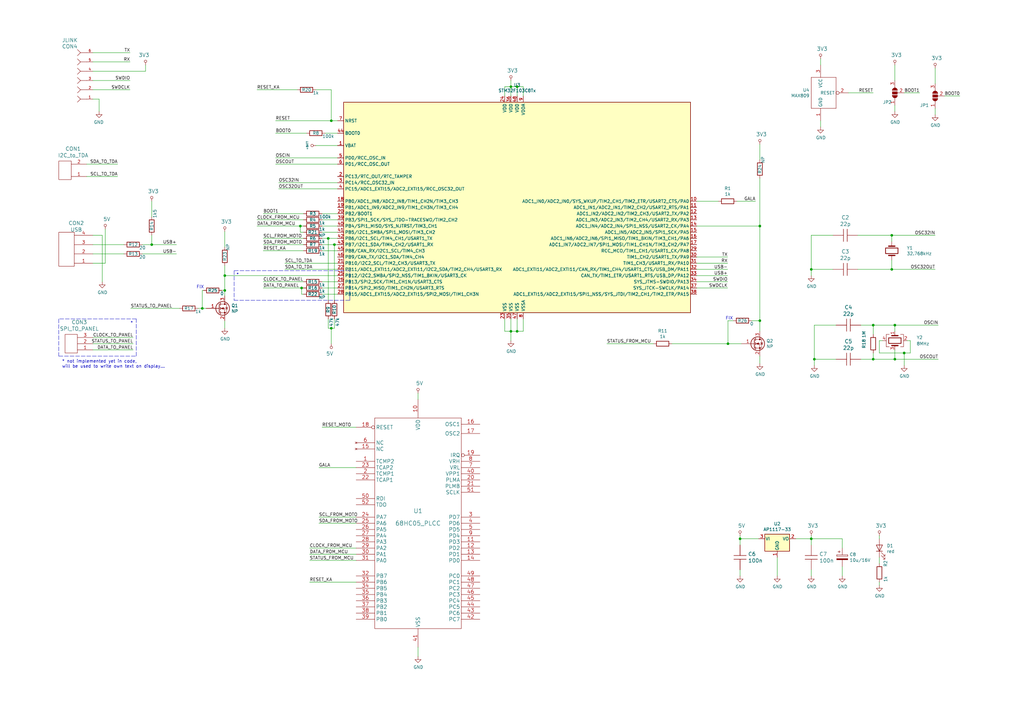
<source format=kicad_sch>
(kicad_sch (version 20200602) (host eeschema "5.99.0-unknown-6083c08~88~ubuntu18.04.1")
  (page 1 1)
  (paper "A3")
  (title_block (title "Volume fix for audi concert1/chorus1 made by Blaupunkt") (date "2018-09-21") (rev "2.0") (comment 1 "Standalone version") (comment 2 "Author: Tomas Kovacik"))
  (lib_symbols
    (symbol "Device:CP" (pin_numbers hide) (pin_names (offset 0.254))
      (property "Reference" "C" (at 0.635 2.54 0))
      (property "Value" "CP" (at 0.635 -2.54 0))
      (symbol "CP_1_1"
        (pin passive line (at 0 3.81 270) (length 2.794) (name "~") (number "1"))
        (pin passive line (at 0 -3.81 90) (length 2.794) (name "~") (number "2"))
      )
    )
    (symbol "Device:Crystal" (pin_numbers hide) (pin_names hide)
      (property "Reference" "Y" (at 0 3.81 0))
      (property "Value" "Crystal" (at 0 -3.81 0))
      (symbol "Crystal_1_1"
        (pin passive line (at -3.81 0 0) (length 1.27) (name "1") (number "1"))
        (pin passive line (at 3.81 0 180) (length 1.27) (name "2") (number "2"))
      )
    )
    (symbol "Device:Crystal_GND24" (pin_names hide)
      (property "Reference" "Y" (at 3.175 5.08 0))
      (property "Value" "Crystal_GND24" (at 3.175 3.175 0))
      (symbol "Crystal_GND24_1_1"
        (pin passive line (at -3.81 0 0) (length 1.27) (name "1") (number "1"))
        (pin passive line (at 0 5.08 270) (length 1.27) (name "2") (number "2"))
        (pin passive line (at 3.81 0 180) (length 1.27) (name "3") (number "3"))
        (pin passive line (at 0 -5.08 90) (length 1.27) (name "4") (number "4"))
      )
    )
    (symbol "Device:LED" (pin_numbers hide) (pin_names hide)
      (property "Reference" "D" (at 0 2.54 0))
      (property "Value" "LED" (at 0 -2.54 0))
      (symbol "LED_1_1"
        (pin passive line (at -3.81 0 0) (length 2.54) (name "K") (number "1"))
        (pin passive line (at 3.81 0 180) (length 2.54) (name "A") (number "2"))
      )
    )
    (symbol "Device:R" (pin_numbers hide) (pin_names (offset 0))
      (property "Reference" "R" (at 2.032 0 90))
      (property "Value" "R" (at 0 0 90))
      (symbol "R_1_1"
        (pin passive line (at 0 3.81 270) (length 1.27) (name "~") (number "1"))
        (pin passive line (at 0 -3.81 90) (length 1.27) (name "~") (number "2"))
      )
    )
    (symbol "Jumper:SolderJumper_3_Open" (pin_names (offset 0) hide)
      (property "Reference" "JP" (at -2.54 -2.54 0))
      (property "Value" "SolderJumper_3_Open" (at 0 2.794 0))
      (symbol "SolderJumper_3_Open_1_1"
        (pin passive line (at -5.08 0 0) (length 2.54) (name "A") (number "1"))
        (pin input line (at 0 -3.81 90) (length 2.54) (name "C") (number "2"))
        (pin passive line (at 5.08 0 180) (length 2.54) (name "B") (number "3"))
      )
    )
    (symbol "MAX809_810:MAX809"
      (property "Reference" "U" (at 5.08 -10.16 0))
      (property "Value" "MAX809" (at 3.81 -11.43 0))
      (symbol "MAX809_1_1"
        (pin power_in line (at -1.27 -13.97 90) (length 5.08) (name "GND") (number "1"))
        (pin output inverted (at 10.16 -2.54 180) (length 5.08) (name "RESET") (number "2"))
        (pin power_in line (at -1.27 8.89 270) (length 5.08) (name "VCC") (number "3"))
      )
    )
    (symbol "Transistor_FET:BSS138" (pin_names (offset 0) hide)
      (property "Reference" "Q" (at 5.08 1.905 0))
      (property "Value" "BSS138" (at 5.08 0 0))
      (symbol "BSS138_1_1"
        (pin input line (at -5.08 0 0) (length 5.334) (name "G") (number "1"))
        (pin passive line (at 2.54 -5.08 90) (length 2.54) (name "S") (number "2"))
        (pin passive line (at 2.54 5.08 270) (length 2.54) (name "D") (number "3"))
      )
    )
    (symbol "audi_concert1_chorus1_volume_fix-rescue:+BATT-tech-thing" (power) (pin_names (offset 0))
      (property "Value" "+BATT-tech-thing" (at 0 2.54 0))
      (symbol "+BATT-tech-thing_0_0"
        (pin power_in line (at 0 0 90) (length 0) hide (name "+BATT") (number "1"))
      )
    )
    (symbol "audi_concert1_chorus1_volume_fix-rescue:3V3-pwr" (power) (pin_names (offset 0))
      (property "Value" "3V3-pwr" (at 0 3.81 0))
      (symbol "3V3-pwr_0_0"
        (pin power_in line (at 0 0 90) (length 0) hide (name "3V3") (number "1"))
      )
    )
    (symbol "audi_concert1_chorus1_volume_fix-rescue:5V-pwr" (power) (pin_names (offset 0))
      (property "Value" "5V-pwr" (at 0 3.81 0))
      (symbol "5V-pwr_0_0"
        (pin power_in line (at 0 0 90) (length 0) hide (name "5V") (number "1"))
      )
    )
    (symbol "audi_concert1_chorus1_volume_fix-rescue:68HC05_PLCC-68HC05"
      (property "Reference" "U" (at 7.62 45.72 0))
      (property "Value" "68HC05_PLCC-68HC05" (at 12.7 -46.99 0))
      (symbol "68HC05_PLCC-68HC05_1_1"
        (pin output line (at -25.4 25.4 0) (length 7.62) (name "TCMP2") (number "1"))
        (pin power_in line (at 0 50.8 270) (length 7.62) (name "VDD") (number "10"))
        (pin bidirectional line (at 25.4 -7.62 180) (length 7.62) (name "PD3") (number "11"))
        (pin bidirectional line (at 25.4 -10.16 180) (length 7.62) (name "PD2") (number "12"))
        (pin bidirectional line (at 25.4 -12.7 180) (length 7.62) (name "PD1") (number "13"))
        (pin bidirectional line (at 25.4 -15.24 180) (length 7.62) (name "PD0") (number "14"))
        (pin unconnected line (at -25.4 30.48 0) (length 7.62) (name "NC") (number "15"))
        (pin input line (at 25.4 40.64 180) (length 7.62) (name "OSC1") (number "16"))
        (pin input line (at 25.4 36.83 180) (length 7.62) (name "OSC2") (number "17"))
        (pin input inverted (at -25.4 39.37 0) (length 7.62) (name "RESET") (number "18"))
        (pin input inverted (at 25.4 27.94 180) (length 7.62) (name "IRQ") (number "19"))
        (pin input line (at -25.4 20.32 0) (length 7.62) (name "TCMP1") (number "2"))
        (pin input line (at 25.4 17.78 180) (length 7.62) (name "PLMA") (number "20"))
        (pin input line (at 25.4 15.24 180) (length 7.62) (name "PLMB") (number "21"))
        (pin input line (at -25.4 17.78 0) (length 7.62) (name "TCAP1") (number "22"))
        (pin input line (at -25.4 22.86 0) (length 7.62) (name "TCAP2") (number "23"))
        (pin bidirectional line (at -25.4 2.54 0) (length 7.62) (name "PA7") (number "24"))
        (pin bidirectional line (at -25.4 0 0) (length 7.62) (name "PA6") (number "25"))
        (pin bidirectional line (at -25.4 -2.54 0) (length 7.62) (name "PA5") (number "26"))
        (pin bidirectional line (at -25.4 -5.08 0) (length 7.62) (name "PA4") (number "27"))
        (pin bidirectional line (at -25.4 -7.62 0) (length 7.62) (name "PA3") (number "28"))
        (pin bidirectional line (at -25.4 -10.16 0) (length 7.62) (name "PA2") (number "29"))
        (pin bidirectional line (at 25.4 2.54 180) (length 7.62) (name "PD7") (number "3"))
        (pin bidirectional line (at -25.4 -12.7 0) (length 7.62) (name "PA1") (number "30"))
        (pin bidirectional line (at -25.4 -15.24 0) (length 7.62) (name "PA0") (number "31"))
        (pin bidirectional line (at -25.4 -21.59 0) (length 7.62) (name "PB7") (number "32"))
        (pin bidirectional line (at -25.4 -24.13 0) (length 7.62) (name "PB6") (number "33"))
        (pin bidirectional line (at -25.4 -26.67 0) (length 7.62) (name "PB5") (number "34"))
        (pin bidirectional line (at -25.4 -29.21 0) (length 7.62) (name "PB4") (number "35"))
        (pin bidirectional line (at -25.4 -31.75 0) (length 7.62) (name "PB3") (number "36"))
        (pin bidirectional line (at -25.4 -34.29 0) (length 7.62) (name "PB2") (number "37"))
        (pin bidirectional line (at -25.4 -36.83 0) (length 7.62) (name "PB1") (number "38"))
        (pin bidirectional line (at -25.4 -39.37 0) (length 7.62) (name "PB0") (number "39"))
        (pin bidirectional line (at 25.4 0 180) (length 7.62) (name "PD6") (number "4"))
        (pin power_in line (at 25.4 20.32 180) (length 7.62) (name "VPP1") (number "40"))
        (pin power_out line (at 0 -50.8 90) (length 7.62) (name "VSS") (number "41"))
        (pin bidirectional line (at 25.4 -39.37 180) (length 7.62) (name "PC7") (number "42"))
        (pin bidirectional line (at 25.4 -36.83 180) (length 7.62) (name "PC6") (number "43"))
        (pin bidirectional line (at 25.4 -34.29 180) (length 7.62) (name "PC5") (number "44"))
        (pin bidirectional line (at 25.4 -31.75 180) (length 7.62) (name "PC4") (number "45"))
        (pin bidirectional line (at 25.4 -29.21 180) (length 7.62) (name "PC3") (number "46"))
        (pin bidirectional line (at 25.4 -26.67 180) (length 7.62) (name "PC2") (number "47"))
        (pin bidirectional line (at 25.4 -24.13 180) (length 7.62) (name "PC1") (number "48"))
        (pin bidirectional line (at 25.4 -21.59 180) (length 7.62) (name "PC0") (number "49"))
        (pin bidirectional line (at 25.4 -2.54 180) (length 7.62) (name "PD5") (number "5"))
        (pin input line (at -25.4 10.16 0) (length 7.62) (name "RDI") (number "50"))
        (pin input line (at 25.4 12.7 180) (length 7.62) (name "SCLK") (number "51"))
        (pin output line (at -25.4 7.62 0) (length 7.62) (name "TDO") (number "52"))
        (pin unconnected line (at -25.4 33.02 0) (length 7.62) (name "NC") (number "6"))
        (pin input line (at 25.4 22.86 180) (length 7.62) (name "VRL") (number "7"))
        (pin input line (at 25.4 25.4 180) (length 7.62) (name "VRH") (number "8"))
        (pin bidirectional line (at 25.4 -5.08 180) (length 7.62) (name "PD4") (number "9"))
      )
    )
    (symbol "audi_concert1_chorus1_volume_fix-rescue:AP1117-33-Regulator_Linear" (pin_names (offset 0.254))
      (property "Reference" "U" (at -3.81 3.175 0))
      (property "Value" "AP1117-33-Regulator_Linear" (at 0 3.175 0))
      (symbol "AP1117-33-Regulator_Linear_1_1"
        (pin power_in line (at 0 -7.62 90) (length 2.54) (name "GND") (number "1"))
        (pin passive line (at 7.62 0 180) (length 2.54) (name "VO") (number "2"))
        (pin power_in line (at -7.62 0 0) (length 2.54) (name "VI") (number "3"))
      )
    )
    (symbol "audi_concert1_chorus1_volume_fix-rescue:C-c" (pin_numbers hide) (pin_names (offset 0.254))
      (property "Reference" "C" (at 1.27 2.54 0))
      (property "Value" "C-c" (at 1.27 -2.54 0))
      (symbol "C-c_1_1"
        (pin passive line (at 0 5.08 270) (length 4.318) (name "~") (number "1"))
        (pin passive line (at 0 -5.08 90) (length 4.318) (name "~") (number "2"))
      )
    )
    (symbol "audi_concert1_chorus1_volume_fix-rescue:CONN_1x6-Connectors"
      (property "Reference" "P" (at 0 11.43 0))
      (property "Value" "CONN_1x6-Connectors" (at 0 -12.7 0))
      (symbol "CONN_1x6-Connectors_1_1"
        (pin input line (at 5.08 8.89 180) (length 2.54) (name "~") (number "1"))
        (pin input line (at 5.08 5.08 180) (length 2.54) (name "~") (number "2"))
        (pin input line (at 5.08 1.27 180) (length 2.54) (name "~") (number "3"))
        (pin input line (at 5.08 -2.54 180) (length 2.54) (name "~") (number "4"))
        (pin input line (at 5.08 -6.35 180) (length 2.54) (name "~") (number "5"))
        (pin input line (at 5.08 -10.16 180) (length 2.54) (name "~") (number "6"))
      )
    )
    (symbol "audi_concert1_chorus1_volume_fix-rescue:CONN_2-con" (pin_names hide)
      (property "Reference" "CON" (at 0 5.08 0))
      (property "Value" "CONN_2-con" (at 0 -5.08 0))
      (symbol "CONN_2-con_1_1"
        (pin passive line (at -8.89 2.54 0) (length 6.35) (name "1") (number "1"))
        (pin passive line (at -8.89 -2.54 0) (length 6.35) (name "2") (number "2"))
      )
    )
    (symbol "audi_concert1_chorus1_volume_fix-rescue:CONN_3-con" (pin_names hide)
      (property "Reference" "CON" (at 0 5.08 0))
      (property "Value" "CONN_3-con" (at 0 -5.08 0))
      (symbol "CONN_3-con_1_1"
        (pin passive line (at -8.89 2.54 0) (length 6.35) (name "1") (number "1"))
        (pin passive line (at -8.89 0 0) (length 6.35) (name "2") (number "2"))
        (pin passive line (at -8.89 -2.54 0) (length 6.35) (name "3") (number "3"))
      )
    )
    (symbol "audi_concert1_chorus1_volume_fix-rescue:CONN_4-con" (pin_names hide)
      (property "Reference" "CON" (at 0 10.16 0))
      (property "Value" "CONN_4-con" (at 1.27 -6.35 0))
      (symbol "CONN_4-con_1_1"
        (pin passive line (at -10.16 7.62 0) (length 7.62) (name "1") (number "1"))
        (pin passive line (at -10.16 3.81 0) (length 7.62) (name "2") (number "2"))
        (pin passive line (at -10.16 0 0) (length 7.62) (name "3") (number "3"))
        (pin passive line (at -10.16 -3.81 0) (length 7.62) (name "4") (number "4"))
      )
    )
    (symbol "audi_concert1_chorus1_volume_fix-rescue:STM32F103C8Tx-MCU_ST_STM32"
      (property "Reference" "U" (at -71.12 43.815 0))
      (property "Value" "STM32F103C8Tx-MCU_ST_STM32" (at 71.12 43.815 0))
      (symbol "STM32F103C8Tx-MCU_ST_STM32_1_1"
        (pin power_in line (at -73.66 25.4 0) (length 2.54) (name "VBAT") (number "1"))
        (pin bidirectional line (at 73.66 2.54 180) (length 2.54) (name "ADC1_IN0/ADC2_IN0/SYS_WKUP/TIM2_CH1/TIM2_ETR/USART2_CTS/PA0") (number "10"))
        (pin bidirectional line (at 73.66 0 180) (length 2.54) (name "ADC1_IN1/ADC2_IN1/TIM2_CH2/USART2_RTS/PA1") (number "11"))
        (pin bidirectional line (at 73.66 -2.54 180) (length 2.54) (name "ADC1_IN2/ADC2_IN2/TIM2_CH3/USART2_TX/PA2") (number "12"))
        (pin bidirectional line (at 73.66 -5.08 180) (length 2.54) (name "ADC1_IN3/ADC2_IN3/TIM2_CH4/USART2_RX/PA3") (number "13"))
        (pin bidirectional line (at 73.66 -7.62 180) (length 2.54) (name "ADC1_IN4/ADC2_IN4/SPI1_NSS/USART2_CK/PA4") (number "14"))
        (pin bidirectional line (at 73.66 -10.16 180) (length 2.54) (name "ADC1_IN5/ADC2_IN5/SPI1_SCK/PA5") (number "15"))
        (pin bidirectional line (at 73.66 -12.7 180) (length 2.54) (name "ADC1_IN6/ADC2_IN6/SPI1_MISO/TIM1_BKIN/TIM3_CH1/PA6") (number "16"))
        (pin bidirectional line (at 73.66 -15.24 180) (length 2.54) (name "ADC1_IN7/ADC2_IN7/SPI1_MOSI/TIM1_CH1N/TIM3_CH2/PA7") (number "17"))
        (pin bidirectional line (at -73.66 2.54 0) (length 2.54) (name "PB0/ADC1_IN8/ADC2_IN8/TIM1_CH2N/TIM3_CH3") (number "18"))
        (pin bidirectional line (at -73.66 0 0) (length 2.54) (name "PB1/ADC1_IN9/ADC2_IN9/TIM1_CH3N/TIM3_CH4") (number "19"))
        (pin bidirectional line (at -73.66 12.7 0) (length 2.54) (name "PC13/RTC_OUT/RTC_TAMPER") (number "2"))
        (pin bidirectional line (at -73.66 -2.54 0) (length 2.54) (name "PB2/BOOT1") (number "20"))
        (pin bidirectional line (at -73.66 -22.86 0) (length 2.54) (name "PB10/I2C2_SCL/TIM2_CH3/USART3_TX") (number "21"))
        (pin bidirectional line (at -73.66 -25.4 0) (length 2.54) (name "PB11/ADC1_EXTI11/ADC2_EXTI11/I2C2_SDA/TIM2_CH4/USART3_RX") (number "22"))
        (pin power_in line (at -5.08 -45.72 90) (length 2.54) (name "VSS") (number "23"))
        (pin power_in line (at -5.08 45.72 270) (length 2.54) (name "VDD") (number "24"))
        (pin bidirectional line (at -73.66 -27.94 0) (length 2.54) (name "PB12/I2C2_SMBA/SPI2_NSS/TIM1_BKIN/USART3_CK") (number "25"))
        (pin bidirectional line (at -73.66 -30.48 0) (length 2.54) (name "PB13/SPI2_SCK/TIM1_CH1N/USART3_CTS") (number "26"))
        (pin bidirectional line (at -73.66 -33.02 0) (length 2.54) (name "PB14/SPI2_MISO/TIM1_CH2N/USART3_RTS") (number "27"))
        (pin bidirectional line (at -73.66 -35.56 0) (length 2.54) (name "PB15/ADC1_EXTI15/ADC2_EXTI15/SPI2_MOSI/TIM1_CH3N") (number "28"))
        (pin bidirectional line (at 73.66 -17.78 180) (length 2.54) (name "RCC_MCO/TIM1_CH1/USART1_CK/PA8") (number "29"))
        (pin bidirectional line (at -73.66 10.16 0) (length 2.54) (name "PC14/RCC_OSC32_IN") (number "3"))
        (pin bidirectional line (at 73.66 -20.32 180) (length 2.54) (name "TIM1_CH2/USART1_TX/PA9") (number "30"))
        (pin bidirectional line (at 73.66 -22.86 180) (length 2.54) (name "TIM1_CH3/USART1_RX/PA10") (number "31"))
        (pin bidirectional line (at 73.66 -25.4 180) (length 2.54) (name "ADC1_EXTI11/ADC2_EXTI11/CAN_RX/TIM1_CH4/USART1_CTS/USB_DM/PA11") (number "32"))
        (pin bidirectional line (at 73.66 -27.94 180) (length 2.54) (name "CAN_TX/TIM1_ETR/USART1_RTS/USB_DP/PA12") (number "33"))
        (pin bidirectional line (at 73.66 -30.48 180) (length 2.54) (name "SYS_JTMS-SWDIO/PA13") (number "34"))
        (pin power_in line (at -2.54 -45.72 90) (length 2.54) (name "VSS") (number "35"))
        (pin power_in line (at -2.54 45.72 270) (length 2.54) (name "VDD") (number "36"))
        (pin bidirectional line (at 73.66 -33.02 180) (length 2.54) (name "SYS_JTCK-SWCLK/PA14") (number "37"))
        (pin bidirectional line (at 73.66 -35.56 180) (length 2.54) (name "ADC1_EXTI15/ADC2_EXTI15/SPI1_NSS/SYS_JTDI/TIM2_CH1/TIM2_ETR/PA15") (number "38"))
        (pin bidirectional line (at -73.66 -5.08 0) (length 2.54) (name "PB3/SPI1_SCK/SYS_JTDO-TRACESWO/TIM2_CH2") (number "39"))
        (pin bidirectional line (at -73.66 7.62 0) (length 2.54) (name "PC15/ADC1_EXTI15/ADC2_EXTI15/RCC_OSC32_OUT") (number "4"))
        (pin bidirectional line (at -73.66 -7.62 0) (length 2.54) (name "PB4/SPI1_MISO/SYS_NJTRST/TIM3_CH1") (number "40"))
        (pin bidirectional line (at -73.66 -10.16 0) (length 2.54) (name "PB5/I2C1_SMBA/SPI1_MOSI/TIM3_CH2") (number "41"))
        (pin bidirectional line (at -73.66 -12.7 0) (length 2.54) (name "PB6/I2C1_SCL/TIM4_CH1/USART1_TX") (number "42"))
        (pin bidirectional line (at -73.66 -15.24 0) (length 2.54) (name "PB7/I2C1_SDA/TIM4_CH2/USART1_RX") (number "43"))
        (pin input line (at -73.66 30.48 0) (length 2.54) (name "BOOT0") (number "44"))
        (pin bidirectional line (at -73.66 -17.78 0) (length 2.54) (name "PB8/CAN_RX/I2C1_SCL/TIM4_CH3") (number "45"))
        (pin bidirectional line (at -73.66 -20.32 0) (length 2.54) (name "PB9/CAN_TX/I2C1_SDA/TIM4_CH4") (number "46"))
        (pin power_in line (at 0 -45.72 90) (length 2.54) (name "VSS") (number "47"))
        (pin power_in line (at 0 45.72 270) (length 2.54) (name "VDD") (number "48"))
        (pin input line (at -73.66 20.32 0) (length 2.54) (name "PD0/RCC_OSC_IN") (number "5"))
        (pin input line (at -73.66 17.78 0) (length 2.54) (name "PD1/RCC_OSC_OUT") (number "6"))
        (pin input line (at -73.66 35.56 0) (length 2.54) (name "NRST") (number "7"))
        (pin power_in line (at 2.54 -45.72 90) (length 2.54) (name "VSSA") (number "8"))
        (pin power_in line (at 2.54 45.72 270) (length 2.54) (name "VDDA") (number "9"))
      )
    )
    (symbol "power:GND" (power) (pin_names (offset 0))
      (property "Value" "GND" (at 0 -3.81 0))
      (symbol "GND_1_1"
        (pin power_in line (at 0 0 270) (length 0) hide (name "GND") (number "1"))
      )
    )
  )
  (junction (at 62.23 100.33))
  (junction (at 82.9818 126.492))
  (junction (at 92.202 113.03))
  (junction (at 92.202 119.126))
  (junction (at 123.19 92.71))
  (junction (at 123.698 118.11))
  (junction (at 134.62 97.79))
  (junction (at 135.89 49.53))
  (junction (at 135.89 134.62))
  (junction (at 137.16 100.33))
  (junction (at 209.55 35.56))
  (junction (at 209.55 135.89))
  (junction (at 212.09 35.56))
  (junction (at 212.09 135.89))
  (junction (at 298.577 140.97))
  (junction (at 303.53 220.98))
  (junction (at 311.658 92.71))
  (junction (at 311.658 131.5212))
  (junction (at 332.74 110.49))
  (junction (at 332.74 220.98))
  (junction (at 334.01 147.32))
  (junction (at 358.14 133.35))
  (junction (at 358.14 147.32))
  (junction (at 365.76 96.52))
  (junction (at 365.76 110.49))
  (junction (at 367.03 133.35))
  (junction (at 367.03 147.32))
  (junction (at 370.84 144.78))
  (wire (pts (xy 38.1 21.59) (xy 53.34 21.59)))
  (wire (pts (xy 38.1 25.4) (xy 53.34 25.4)))
  (wire (pts (xy 38.1 33.02) (xy 53.34 33.02)))
  (wire (pts (xy 38.1 36.83) (xy 53.34 36.83)))
  (wire (pts (xy 38.1 40.64) (xy 40.64 40.64)))
  (wire (pts (xy 38.1 96.52) (xy 41.91 96.52)))
  (wire (pts (xy 38.1 104.14) (xy 50.8 104.14)))
  (wire (pts (xy 38.1 107.95) (xy 43.18 107.95)))
  (wire (pts (xy 38.1 138.43) (xy 54.61 138.43)))
  (wire (pts (xy 38.1 140.97) (xy 54.61 140.97)))
  (wire (pts (xy 38.1 143.51) (xy 54.61 143.51)))
  (wire (pts (xy 40.64 40.64) (xy 40.64 45.72)))
  (wire (pts (xy 41.91 96.52) (xy 41.91 115.57)))
  (wire (pts (xy 43.18 93.98) (xy 43.18 107.95)))
  (wire (pts (xy 48.26 67.31) (xy 35.56 67.31)))
  (wire (pts (xy 48.26 72.39) (xy 35.56 72.39)))
  (wire (pts (xy 50.8 100.33) (xy 38.1 100.33)))
  (wire (pts (xy 53.594 126.492) (xy 73.66 126.492)))
  (wire (pts (xy 58.42 100.33) (xy 62.23 100.33)))
  (wire (pts (xy 58.42 104.14) (xy 72.39 104.14)))
  (wire (pts (xy 59.69 26.67) (xy 59.69 29.21)))
  (wire (pts (xy 59.69 29.21) (xy 38.1 29.21)))
  (wire (pts (xy 62.23 82.55) (xy 62.23 88.9)))
  (wire (pts (xy 62.23 96.52) (xy 62.23 100.33)))
  (wire (pts (xy 62.23 100.33) (xy 72.39 100.33)))
  (wire (pts (xy 81.28 126.492) (xy 82.9818 126.492)))
  (wire (pts (xy 82.9818 119.126) (xy 82.9818 126.492)))
  (wire (pts (xy 82.9818 126.492) (xy 84.582 126.492)))
  (wire (pts (xy 83.439 119.126) (xy 82.9818 119.126)))
  (wire (pts (xy 92.202 94.996) (xy 92.202 101.346)))
  (wire (pts (xy 92.202 113.03) (xy 92.202 108.966)))
  (wire (pts (xy 92.202 113.03) (xy 92.202 119.126)))
  (wire (pts (xy 92.202 113.03) (xy 138.43 113.03)))
  (wire (pts (xy 92.202 119.126) (xy 91.059 119.126)))
  (wire (pts (xy 92.202 119.126) (xy 92.202 121.412)))
  (wire (pts (xy 92.202 131.572) (xy 92.202 134.62)))
  (wire (pts (xy 105.41 90.17) (xy 124.46 90.17)))
  (wire (pts (xy 105.41 92.71) (xy 123.19 92.71)))
  (wire (pts (xy 107.95 87.63) (xy 124.46 87.63)))
  (wire (pts (xy 107.95 97.79) (xy 124.46 97.79)))
  (wire (pts (xy 107.95 100.33) (xy 124.46 100.33)))
  (wire (pts (xy 107.95 115.57) (xy 124.46 115.57)))
  (wire (pts (xy 107.95 118.11) (xy 123.698 118.11)))
  (wire (pts (xy 113.03 49.53) (xy 135.89 49.53)))
  (wire (pts (xy 113.03 64.77) (xy 138.43 64.77)))
  (wire (pts (xy 113.03 67.31) (xy 138.43 67.31)))
  (wire (pts (xy 114.3 74.93) (xy 138.43 74.93)))
  (wire (pts (xy 114.3 77.47) (xy 138.43 77.47)))
  (wire (pts (xy 116.84 107.95) (xy 138.43 107.95)))
  (wire (pts (xy 116.84 110.49) (xy 138.43 110.49)))
  (wire (pts (xy 121.92 36.83) (xy 105.41 36.83)))
  (wire (pts (xy 123.19 92.71) (xy 124.46 92.71)))
  (wire (pts (xy 123.19 95.25) (xy 123.19 92.71)))
  (wire (pts (xy 123.19 95.25) (xy 124.46 95.25)))
  (wire (pts (xy 123.698 118.11) (xy 124.46 118.11)))
  (wire (pts (xy 123.698 120.65) (xy 123.698 118.11)))
  (wire (pts (xy 124.46 102.87) (xy 107.95 102.87)))
  (wire (pts (xy 124.46 120.65) (xy 123.698 120.65)))
  (wire (pts (xy 125.73 54.61) (xy 113.03 54.61)))
  (wire (pts (xy 127 224.79) (xy 146.05 224.79)))
  (wire (pts (xy 127 227.33) (xy 146.05 227.33)))
  (wire (pts (xy 127 229.87) (xy 146.05 229.87)))
  (wire (pts (xy 129.54 36.83) (xy 135.89 36.83)))
  (wire (pts (xy 132.08 87.63) (xy 138.43 87.63)))
  (wire (pts (xy 132.08 92.71) (xy 138.43 92.71)))
  (wire (pts (xy 132.08 95.25) (xy 138.43 95.25)))
  (wire (pts (xy 132.08 97.79) (xy 134.62 97.79)))
  (wire (pts (xy 132.08 100.33) (xy 137.16 100.33)))
  (wire (pts (xy 132.08 102.87) (xy 138.43 102.87)))
  (wire (pts (xy 132.08 115.57) (xy 138.43 115.57)))
  (wire (pts (xy 132.08 118.11) (xy 138.43 118.11)))
  (wire (pts (xy 132.08 120.65) (xy 138.43 120.65)))
  (wire (pts (xy 134.62 97.79) (xy 134.62 123.19)))
  (wire (pts (xy 134.62 97.79) (xy 138.43 97.79)))
  (wire (pts (xy 134.62 130.81) (xy 134.62 134.62)))
  (wire (pts (xy 134.62 134.62) (xy 135.89 134.62)))
  (wire (pts (xy 135.89 36.83) (xy 135.89 49.53)))
  (wire (pts (xy 135.89 49.53) (xy 138.43 49.53)))
  (wire (pts (xy 135.89 134.62) (xy 135.89 140.97)))
  (wire (pts (xy 135.89 134.62) (xy 137.16 134.62)))
  (wire (pts (xy 137.16 100.33) (xy 138.43 100.33)))
  (wire (pts (xy 137.16 123.19) (xy 137.16 100.33)))
  (wire (pts (xy 137.16 134.62) (xy 137.16 130.81)))
  (wire (pts (xy 138.43 54.61) (xy 133.35 54.61)))
  (wire (pts (xy 138.43 59.69) (xy 129.54 59.69)))
  (wire (pts (xy 138.43 90.17) (xy 132.08 90.17)))
  (wire (pts (xy 146.05 175.26) (xy 132.08 175.26)))
  (wire (pts (xy 146.05 191.77) (xy 130.81 191.77)))
  (wire (pts (xy 146.05 212.09) (xy 130.81 212.09)))
  (wire (pts (xy 146.05 214.63) (xy 130.81 214.63)))
  (wire (pts (xy 146.05 238.76) (xy 127 238.76)))
  (wire (pts (xy 171.45 161.29) (xy 171.45 163.83)))
  (wire (pts (xy 171.45 269.24) (xy 171.45 265.43)))
  (wire (pts (xy 207.01 35.56) (xy 209.55 35.56)))
  (wire (pts (xy 207.01 39.37) (xy 207.01 35.56)))
  (wire (pts (xy 207.01 130.81) (xy 207.01 135.89)))
  (wire (pts (xy 207.01 135.89) (xy 209.55 135.89)))
  (wire (pts (xy 209.55 33.02) (xy 209.55 35.56)))
  (wire (pts (xy 209.55 35.56) (xy 209.55 39.37)))
  (wire (pts (xy 209.55 130.81) (xy 209.55 135.89)))
  (wire (pts (xy 209.55 135.89) (xy 209.55 139.7)))
  (wire (pts (xy 209.55 135.89) (xy 212.09 135.89)))
  (wire (pts (xy 212.09 35.56) (xy 209.55 35.56)))
  (wire (pts (xy 212.09 39.37) (xy 212.09 35.56)))
  (wire (pts (xy 212.09 135.89) (xy 212.09 130.81)))
  (wire (pts (xy 214.63 35.56) (xy 212.09 35.56)))
  (wire (pts (xy 214.63 39.37) (xy 214.63 35.56)))
  (wire (pts (xy 214.63 130.81) (xy 214.63 135.89)))
  (wire (pts (xy 214.63 135.89) (xy 212.09 135.89)))
  (wire (pts (xy 248.92 140.97) (xy 267.97 140.97)))
  (wire (pts (xy 275.59 140.97) (xy 298.577 140.97)))
  (wire (pts (xy 285.75 92.71) (xy 311.658 92.71)))
  (wire (pts (xy 285.75 105.41) (xy 298.45 105.41)))
  (wire (pts (xy 285.75 107.95) (xy 298.45 107.95)))
  (wire (pts (xy 285.75 110.49) (xy 298.45 110.49)))
  (wire (pts (xy 285.75 113.03) (xy 298.45 113.03)))
  (wire (pts (xy 285.75 115.57) (xy 298.45 115.57)))
  (wire (pts (xy 285.75 118.11) (xy 298.45 118.11)))
  (wire (pts (xy 294.64 82.55) (xy 285.75 82.55)))
  (wire (pts (xy 298.577 131.5212) (xy 298.577 140.97)))
  (wire (pts (xy 298.577 140.97) (xy 304.038 140.97)))
  (wire (pts (xy 300.7106 131.5212) (xy 298.577 131.5212)))
  (wire (pts (xy 302.26 82.55) (xy 309.88 82.55)))
  (wire (pts (xy 303.53 220.98) (xy 303.53 219.71)))
  (wire (pts (xy 303.53 220.98) (xy 303.53 223.52)))
  (wire (pts (xy 303.53 233.68) (xy 303.53 236.22)))
  (wire (pts (xy 311.15 220.98) (xy 303.53 220.98)))
  (wire (pts (xy 311.658 59.182) (xy 311.658 65.532)))
  (wire (pts (xy 311.658 73.152) (xy 311.658 92.71)))
  (wire (pts (xy 311.658 92.71) (xy 311.658 131.5212)))
  (wire (pts (xy 311.658 131.5212) (xy 308.3306 131.5212)))
  (wire (pts (xy 311.658 131.5212) (xy 311.658 135.89)))
  (wire (pts (xy 311.658 146.05) (xy 311.658 149.098)))
  (wire (pts (xy 318.77 228.6) (xy 318.77 236.22)))
  (wire (pts (xy 326.39 220.98) (xy 332.74 220.98)))
  (wire (pts (xy 332.74 96.52) (xy 332.74 110.49)))
  (wire (pts (xy 332.74 113.03) (xy 332.74 110.49)))
  (wire (pts (xy 332.74 220.98) (xy 332.74 219.71)))
  (wire (pts (xy 332.74 220.98) (xy 332.74 223.52)))
  (wire (pts (xy 332.74 233.68) (xy 332.74 236.22)))
  (wire (pts (xy 334.01 133.35) (xy 334.01 147.32)))
  (wire (pts (xy 334.01 149.86) (xy 334.01 147.32)))
  (wire (pts (xy 336.55 26.67) (xy 336.55 24.13)))
  (wire (pts (xy 336.55 49.53) (xy 336.55 52.07)))
  (wire (pts (xy 341.63 96.52) (xy 332.74 96.52)))
  (wire (pts (xy 341.63 110.49) (xy 332.74 110.49)))
  (wire (pts (xy 342.9 133.35) (xy 334.01 133.35)))
  (wire (pts (xy 342.9 147.32) (xy 334.01 147.32)))
  (wire (pts (xy 345.44 220.98) (xy 332.74 220.98)))
  (wire (pts (xy 345.44 224.79) (xy 345.44 220.98)))
  (wire (pts (xy 345.44 236.22) (xy 345.44 232.41)))
  (wire (pts (xy 347.98 38.1) (xy 358.14 38.1)))
  (wire (pts (xy 351.79 96.52) (xy 365.76 96.52)))
  (wire (pts (xy 351.79 110.49) (xy 365.76 110.49)))
  (wire (pts (xy 353.06 133.35) (xy 358.14 133.35)))
  (wire (pts (xy 353.06 147.32) (xy 358.14 147.32)))
  (wire (pts (xy 358.14 133.35) (xy 367.03 133.35)))
  (wire (pts (xy 358.14 137.16) (xy 358.14 133.35)))
  (wire (pts (xy 358.14 144.78) (xy 358.14 147.32)))
  (wire (pts (xy 358.14 147.32) (xy 367.03 147.32)))
  (wire (pts (xy 360.68 139.7) (xy 360.68 144.78)))
  (wire (pts (xy 360.68 144.78) (xy 370.84 144.78)))
  (wire (pts (xy 360.68 219.71) (xy 360.68 220.98)))
  (wire (pts (xy 360.68 231.14) (xy 360.68 228.6)))
  (wire (pts (xy 360.68 240.03) (xy 360.68 238.76)))
  (wire (pts (xy 361.95 139.7) (xy 360.68 139.7)))
  (wire (pts (xy 365.76 96.52) (xy 383.54 96.52)))
  (wire (pts (xy 365.76 99.06) (xy 365.76 96.52)))
  (wire (pts (xy 365.76 106.68) (xy 365.76 110.49)))
  (wire (pts (xy 365.76 110.49) (xy 383.54 110.49)))
  (wire (pts (xy 367.03 26.67) (xy 367.03 33.02)))
  (wire (pts (xy 367.03 45.72) (xy 367.03 43.18)))
  (wire (pts (xy 367.03 133.35) (xy 384.81 133.35)))
  (wire (pts (xy 367.03 135.89) (xy 367.03 133.35)))
  (wire (pts (xy 367.03 143.51) (xy 367.03 147.32)))
  (wire (pts (xy 367.03 147.32) (xy 384.81 147.32)))
  (wire (pts (xy 370.84 38.1) (xy 377.19 38.1)))
  (wire (pts (xy 370.84 144.78) (xy 370.84 149.86)))
  (wire (pts (xy 370.84 144.78) (xy 373.38 144.78)))
  (wire (pts (xy 373.38 139.7) (xy 372.11 139.7)))
  (wire (pts (xy 373.38 144.78) (xy 373.38 139.7)))
  (wire (pts (xy 383.54 27.94) (xy 383.54 34.29)))
  (wire (pts (xy 383.54 46.99) (xy 383.54 44.45)))
  (wire (pts (xy 393.7 39.37) (xy 387.35 39.37)))
  (polyline (pts (xy 24.13 130.81) (xy 24.13 146.05)) (stroke (width 0) (type dash)))
  (polyline (pts (xy 24.13 146.05) (xy 55.88 146.05)) (stroke (width 0) (type dash)))
  (polyline (pts (xy 55.88 130.81) (xy 24.13 130.81)) (stroke (width 0) (type dash)))
  (polyline (pts (xy 55.88 146.05) (xy 55.88 130.81)) (stroke (width 0) (type dash)))
  (polyline (pts (xy 96.012 110.998) (xy 96.012 123.19)) (stroke (width 0) (type dash)))
  (polyline (pts (xy 96.012 123.19) (xy 143.51 123.19)) (stroke (width 0) (type dash)))
  (polyline (pts (xy 143.51 110.998) (xy 96.012 110.998)) (stroke (width 0) (type dash)))
  (polyline (pts (xy 143.51 123.19) (xy 143.51 110.998)) (stroke (width 0) (type dash)))
  (text "* not implemented yet in code, \nwill be used to write own text on display..." (at 25.4 151.13 0) (effects (font (size 1.27 1.27)) (justify left bottom)))
  (text "*" (at 54.61 133.35 180) (effects (font (size 1.27 1.27)) (justify right bottom)))
  (text "FIX" (at 83.6676 118.5672 180) (effects (font (size 1.27 1.27)) (justify right bottom)))
  (text "*" (at 98.044 113.538 180) (effects (font (size 1.27 1.27)) (justify right bottom)))
  (text "FIX" (at 300.6598 131.3942 180) (effects (font (size 1.27 1.27)) (justify right bottom)))
  (label "SDA_TO_TDA" (at 48.26 67.31 180))
  (label "SCL_TO_TDA" (at 48.26 72.39 180))
  (label "TX" (at 53.34 21.59 180))
  (label "RX" (at 53.34 25.4 180))
  (label "SWDIO" (at 53.34 33.02 180))
  (label "SWDCLK" (at 53.34 36.83 180))
  (label "STATUS_TO_PANEL" (at 53.594 126.492 0))
  (label "CLOCK_TO_PANEL" (at 54.61 138.43 180))
  (label "STATUS_TO_PANEL" (at 54.61 140.97 180))
  (label "DATA_TO_PANEL" (at 54.61 143.51 180))
  (label "USB+" (at 72.39 100.33 180))
  (label "USB-" (at 72.39 104.14 180))
  (label "RESET_KA" (at 105.41 36.83 0))
  (label "CLOCK_FROM_MCU" (at 105.41 90.17 0))
  (label "DATA_FROM_MCU" (at 105.41 92.71 0))
  (label "BOOT1" (at 107.95 87.63 0))
  (label "SCL_FROM_MOTO" (at 107.95 97.79 0))
  (label "SDA_FROM_MOTO" (at 107.95 100.33 0))
  (label "RESET_KA" (at 107.95 102.87 0))
  (label "CLOCK_TO_PANEL" (at 107.95 115.57 0))
  (label "DATA_TO_PANEL" (at 107.95 118.11 0))
  (label "RESET" (at 113.03 49.53 0))
  (label "BOOT0" (at 113.03 54.61 0))
  (label "OSCIN" (at 113.03 64.77 0))
  (label "OSCOUT" (at 113.03 67.31 0))
  (label "OSC32IN" (at 114.3 74.93 0))
  (label "OSC32OUT" (at 114.3 77.47 0))
  (label "SCL_TO_TDA" (at 116.84 107.95 0))
  (label "SDA_TO_TDA" (at 116.84 110.49 0))
  (label "CLOCK_FROM_MCU" (at 127 224.79 0))
  (label "DATA_FROM_MCU" (at 127 227.33 0))
  (label "STATUS_FROM_MCU" (at 127 229.87 0))
  (label "RESET_KA" (at 127 238.76 0))
  (label "GALA" (at 130.81 191.77 0))
  (label "SCL_FROM_MOTO" (at 130.81 212.09 0))
  (label "SDA_FROM_MOTO" (at 130.81 214.63 0))
  (label "RESET_MOTO" (at 132.08 175.26 0))
  (label "STATUS_FROM_MCU" (at 248.92 140.97 0))
  (label "TX" (at 298.45 105.41 180))
  (label "RX" (at 298.45 107.95 180))
  (label "USB-" (at 298.45 110.49 180))
  (label "USB+" (at 298.45 113.03 180))
  (label "SWDIO" (at 298.45 115.57 180))
  (label "SWDCLK" (at 298.45 118.11 180))
  (label "GALA" (at 309.88 82.55 180))
  (label "RESET" (at 358.14 38.1 180))
  (label "BOOT1" (at 377.19 38.1 180))
  (label "OSC32IN" (at 383.54 96.52 180))
  (label "OSC32OUT" (at 383.54 110.49 180))
  (label "OSCIN" (at 384.81 133.35 180))
  (label "OSCOUT" (at 384.81 147.32 180))
  (label "BOOT0" (at 393.7 39.37 180))
  (symbol (lib_id "audi_concert1_chorus1_volume_fix-rescue:+BATT-tech-thing") (at 129.54 59.69 90) (unit 1)
    (property "Reference" "#PWR0105" (effects hide))
    (property "Value" "+BATT" (at 126.0348 59.6138 0) (effects (font (size 0.762 0.762))))
  )
  (symbol (lib_id "audi_concert1_chorus1_volume_fix-rescue:5V-pwr") (at 43.18 93.98 0) (unit 1)
    (property "Reference" "#PWR02" (effects hide))
    (property "Value" "5V" (at 43.815 89.8906 0) (effects (font (size 1.524 1.524))))
  )
  (symbol (lib_id "audi_concert1_chorus1_volume_fix-rescue:3V3-pwr") (at 59.69 26.67 0) (mirror y) (unit 1)
    (property "Reference" "#PWR012" (effects hide))
    (property "Value" "3V3" (at 59.055 22.5806 0) (effects (font (size 1.524 1.524))))
  )
  (symbol (lib_id "audi_concert1_chorus1_volume_fix-rescue:3V3-pwr") (at 62.23 82.55 0) (unit 1)
    (property "Reference" "#PWR0115" (effects hide))
    (property "Value" "3V3" (at 62.865 78.4606 0) (effects (font (size 1.524 1.524))))
  )
  (symbol (lib_id "audi_concert1_chorus1_volume_fix-rescue:3V3-pwr") (at 92.202 94.996 0) (unit 1)
    (property "Reference" "#PWR015" (effects hide))
    (property "Value" "3V3" (at 92.837 90.9066 0) (effects (font (size 1.524 1.524))))
  )
  (symbol (lib_id "audi_concert1_chorus1_volume_fix-rescue:5V-pwr") (at 135.89 140.97 180) (unit 1)
    (property "Reference" "#PWR0103" (effects hide))
    (property "Value" "5V" (at 135.2296 145.034 0) (effects (font (size 1.524 1.524))))
  )
  (symbol (lib_id "audi_concert1_chorus1_volume_fix-rescue:5V-pwr") (at 171.45 161.29 0) (unit 1)
    (property "Reference" "#PWR0102" (effects hide))
    (property "Value" "5V" (at 172.085 157.2006 0) (effects (font (size 1.524 1.524))))
  )
  (symbol (lib_id "audi_concert1_chorus1_volume_fix-rescue:3V3-pwr") (at 209.55 33.02 0) (unit 1)
    (property "Reference" "#PWR0104" (effects hide))
    (property "Value" "3V3" (at 210.185 28.9306 0) (effects (font (size 1.524 1.524))))
  )
  (symbol (lib_id "audi_concert1_chorus1_volume_fix-rescue:5V-pwr") (at 303.53 219.71 0) (unit 1)
    (property "Reference" "#PWR06" (effects hide))
    (property "Value" "5V" (at 304.165 215.6206 0) (effects (font (size 1.524 1.524))))
  )
  (symbol (lib_id "audi_concert1_chorus1_volume_fix-rescue:3V3-pwr") (at 311.658 59.182 0) (unit 1)
    (property "Reference" "#PWR017" (effects hide))
    (property "Value" "3V3" (at 312.293 55.0926 0) (effects (font (size 1.524 1.524))))
  )
  (symbol (lib_id "audi_concert1_chorus1_volume_fix-rescue:3V3-pwr") (at 332.74 219.71 0) (unit 1)
    (property "Reference" "#PWR09" (effects hide))
    (property "Value" "3V3" (at 333.375 215.6206 0) (effects (font (size 1.524 1.524))))
  )
  (symbol (lib_id "audi_concert1_chorus1_volume_fix-rescue:3V3-pwr") (at 336.55 24.13 0) (unit 1)
    (property "Reference" "#PWR0109" (effects hide))
    (property "Value" "3V3" (at 337.185 20.0406 0) (effects (font (size 1.524 1.524))))
  )
  (symbol (lib_id "audi_concert1_chorus1_volume_fix-rescue:3V3-pwr") (at 360.68 219.71 0) (unit 1)
    (property "Reference" "#PWR0113" (effects hide))
    (property "Value" "3V3" (at 361.315 215.6206 0) (effects (font (size 1.524 1.524))))
  )
  (symbol (lib_id "audi_concert1_chorus1_volume_fix-rescue:3V3-pwr") (at 367.03 26.67 0) (unit 1)
    (property "Reference" "#PWR0112" (effects hide))
    (property "Value" "3V3" (at 367.665 22.5806 0) (effects (font (size 1.524 1.524))))
  )
  (symbol (lib_id "audi_concert1_chorus1_volume_fix-rescue:3V3-pwr") (at 383.54 27.94 0) (unit 1)
    (property "Reference" "#PWR0108" (effects hide))
    (property "Value" "3V3" (at 384.175 23.8506 0) (effects (font (size 1.524 1.524))))
  )
  (symbol (lib_id "power:GND") (at 40.64 45.72 0) (mirror y) (unit 1)
    (property "Reference" "#PWR013" (effects hide))
    (property "Value" "GND" (at 40.513 50.1142 0))
  )
  (symbol (lib_id "power:GND") (at 41.91 115.57 0) (unit 1)
    (property "Reference" "#PWR01" (effects hide))
    (property "Value" "GND" (at 42.037 119.9642 0))
  )
  (symbol (lib_id "power:GND") (at 92.202 134.62 0) (unit 1)
    (property "Reference" "#PWR016" (effects hide))
    (property "Value" "GND" (at 92.329 139.0142 0))
  )
  (symbol (lib_id "power:GND") (at 171.45 269.24 0) (unit 1)
    (property "Reference" "#PWR0101" (effects hide))
    (property "Value" "GND" (at 171.577 273.6342 0))
  )
  (symbol (lib_id "power:GND") (at 209.55 139.7 0) (unit 1)
    (property "Reference" "#PWR0106" (effects hide))
    (property "Value" "GND" (at 209.677 144.0942 0))
  )
  (symbol (lib_id "power:GND") (at 303.53 236.22 0) (unit 1)
    (property "Reference" "#PWR07" (effects hide))
    (property "Value" "GND" (at 303.657 240.6142 0))
  )
  (symbol (lib_id "power:GND") (at 311.658 149.098 0) (unit 1)
    (property "Reference" "#PWR018" (effects hide))
    (property "Value" "GND" (at 311.785 153.4922 0))
  )
  (symbol (lib_id "power:GND") (at 318.77 236.22 0) (unit 1)
    (property "Reference" "#PWR08" (effects hide))
    (property "Value" "GND" (at 318.897 240.6142 0))
  )
  (symbol (lib_id "power:GND") (at 332.74 113.03 0) (unit 1)
    (property "Reference" "#PWR03" (effects hide))
    (property "Value" "GND" (at 332.867 117.4242 0))
  )
  (symbol (lib_id "power:GND") (at 332.74 236.22 0) (unit 1)
    (property "Reference" "#PWR010" (effects hide))
    (property "Value" "GND" (at 332.867 240.6142 0))
  )
  (symbol (lib_id "power:GND") (at 334.01 149.86 0) (unit 1)
    (property "Reference" "#PWR04" (effects hide))
    (property "Value" "GND" (at 334.137 154.2542 0))
  )
  (symbol (lib_id "power:GND") (at 336.55 52.07 0) (unit 1)
    (property "Reference" "#PWR014" (effects hide))
    (property "Value" "GND" (at 336.677 56.4642 0))
  )
  (symbol (lib_id "power:GND") (at 345.44 236.22 0) (unit 1)
    (property "Reference" "#PWR011" (effects hide))
    (property "Value" "GND" (at 345.567 240.6142 0))
  )
  (symbol (lib_id "power:GND") (at 360.68 240.03 0) (unit 1)
    (property "Reference" "#PWR0114" (effects hide))
    (property "Value" "GND" (at 360.807 244.4242 0))
  )
  (symbol (lib_id "power:GND") (at 367.03 45.72 0) (unit 1)
    (property "Reference" "#PWR0107" (effects hide))
    (property "Value" "GND" (at 367.157 50.1142 0))
  )
  (symbol (lib_id "power:GND") (at 370.84 149.86 0) (unit 1)
    (property "Reference" "#PWR05" (effects hide))
    (property "Value" "GND" (at 370.967 154.2542 0))
  )
  (symbol (lib_id "power:GND") (at 383.54 46.99 0) (unit 1)
    (property "Reference" "#PWR0111" (effects hide))
    (property "Value" "GND" (at 383.667 51.3842 0))
  )
  (symbol (lib_id "Device:R") (at 54.61 100.33 270) (unit 1)
    (property "Reference" "R12" (at 54.61 100.33 90))
    (property "Value" "20" (at 58.42 101.6 90))
    (property "Footprint" "Resistors_SMD.pretty:R_0805_HandSoldering" (effects hide))
  )
  (symbol (lib_id "Device:R") (at 54.61 104.14 90) (unit 1)
    (property "Reference" "R13" (at 54.61 104.14 90))
    (property "Value" "20" (at 58.42 105.41 90))
    (property "Footprint" "Resistors_SMD.pretty:R_0805_HandSoldering" (effects hide))
  )
  (symbol (lib_id "Device:R") (at 62.23 92.71 0) (mirror y) (unit 1)
    (property "Reference" "R14" (at 62.23 92.71 90))
    (property "Value" "1k5" (at 63.5 87.63 90))
    (property "Footprint" "Resistors_SMD.pretty:R_0805_HandSoldering" (effects hide))
  )
  (symbol (lib_id "Device:R") (at 77.47 126.492 90) (mirror x) (unit 1)
    (property "Reference" "R17" (at 77.47 126.492 90))
    (property "Value" "1k" (at 81.28 127.762 90))
    (property "Footprint" "Resistors_SMD.pretty:R_0805_HandSoldering" (effects hide))
  )
  (symbol (lib_id "Device:R") (at 87.249 119.126 90) (mirror x) (unit 1)
    (property "Reference" "R25" (at 87.249 119.126 90))
    (property "Value" "0" (at 91.0588 120.3956 90))
    (property "Footprint" "Resistors_SMD.pretty:R_0603" (effects hide))
  )
  (symbol (lib_id "Device:R") (at 92.202 105.156 180) (unit 1)
    (property "Reference" "R23" (at 92.202 105.156 90))
    (property "Value" "NP" (at 93.472 101.346 90))
    (property "Footprint" "Resistors_SMD.pretty:R_0805_HandSoldering" (effects hide))
  )
  (symbol (lib_id "Device:R") (at 125.73 36.83 90) (unit 1)
    (property "Reference" "R20" (at 125.73 36.83 90))
    (property "Value" "1k" (at 129.54 38.1 90))
    (property "Footprint" "Resistors_SMD.pretty:R_0805_HandSoldering" (effects hide))
  )
  (symbol (lib_id "Device:R") (at 128.27 87.63 270) (unit 1)
    (property "Reference" "R3" (at 128.27 87.63 90))
    (property "Value" "100k" (at 133.35 88.9 90))
    (property "Footprint" "Resistors_SMD.pretty:R_0805_HandSoldering" (effects hide))
  )
  (symbol (lib_id "Device:R") (at 128.27 90.17 270) (unit 1)
    (property "Reference" "R4" (at 128.27 90.17 90))
    (property "Value" "1k" (at 132.08 91.44 90))
    (property "Footprint" "Resistors_SMD.pretty:R_0805_HandSoldering" (effects hide))
  )
  (symbol (lib_id "Device:R") (at 128.27 92.71 90) (unit 1)
    (property "Reference" "R5" (at 128.27 92.71 90))
    (property "Value" "1k" (at 132.08 93.98 90))
    (property "Footprint" "Resistors_SMD.pretty:R_0805_HandSoldering" (effects hide))
  )
  (symbol (lib_id "Device:R") (at 128.27 95.25 90) (unit 1)
    (property "Reference" "R21" (at 128.27 95.25 90))
    (property "Value" "NP" (at 132.08 96.52 90))
    (property "Footprint" "Resistors_SMD.pretty:R_0805_HandSoldering" (effects hide))
  )
  (symbol (lib_id "Device:R") (at 128.27 97.79 270) (unit 1)
    (property "Reference" "R6" (at 128.27 97.79 90))
    (property "Value" "1k" (at 132.08 99.06 90))
    (property "Footprint" "Resistors_SMD.pretty:R_0805_HandSoldering" (effects hide))
  )
  (symbol (lib_id "Device:R") (at 128.27 100.33 270) (mirror x) (unit 1)
    (property "Reference" "R7" (at 128.27 100.33 90))
    (property "Value" "1k" (at 132.08 101.6 90))
    (property "Footprint" "Resistors_SMD.pretty:R_0805_HandSoldering" (effects hide))
  )
  (symbol (lib_id "Device:R") (at 128.27 102.87 90) (unit 1)
    (property "Reference" "R19" (at 128.27 102.87 90))
    (property "Value" "1k" (at 132.08 104.14 90))
    (property "Footprint" "Resistors_SMD.pretty:R_0805_HandSoldering" (effects hide))
  )
  (symbol (lib_id "Device:R") (at 128.27 115.57 90) (mirror x) (unit 1)
    (property "Reference" "R15" (at 128.27 115.57 90))
    (property "Value" "1k" (at 132.08 116.84 90))
    (property "Footprint" "Resistors_SMD.pretty:R_0805_HandSoldering" (effects hide))
  )
  (symbol (lib_id "Device:R") (at 128.27 118.11 90) (mirror x) (unit 1)
    (property "Reference" "R16" (at 128.27 118.11 90))
    (property "Value" "1k" (at 132.08 119.38 90))
    (property "Footprint" "Resistors_SMD.pretty:R_0805_HandSoldering" (effects hide))
  )
  (symbol (lib_id "Device:R") (at 128.27 120.65 90) (unit 1)
    (property "Reference" "R22" (at 128.27 120.65 90))
    (property "Value" "NP" (at 132.08 121.92 90))
    (property "Footprint" "Resistors_SMD.pretty:R_0805_HandSoldering" (effects hide))
  )
  (symbol (lib_id "Device:R") (at 129.54 54.61 270) (unit 1)
    (property "Reference" "R8" (at 129.54 54.61 90))
    (property "Value" "100k" (at 134.62 55.88 90))
    (property "Footprint" "Resistors_SMD.pretty:R_0805_HandSoldering" (effects hide))
  )
  (symbol (lib_id "Device:R") (at 134.62 127 0) (mirror x) (unit 1)
    (property "Reference" "R9" (at 134.62 127 90))
    (property "Value" "47k" (at 135.89 132.08 90))
    (property "Footprint" "Resistors_SMD.pretty:R_0805_HandSoldering" (effects hide))
  )
  (symbol (lib_id "Device:R") (at 137.16 127 0) (mirror y) (unit 1)
    (property "Reference" "R10" (at 137.16 127 90))
    (property "Value" "47k" (at 138.43 132.08 90))
    (property "Footprint" "Resistors_SMD.pretty:R_0805_HandSoldering" (effects hide))
  )
  (symbol (lib_id "Device:R") (at 271.78 140.97 270) (unit 1)
    (property "Reference" "R11" (at 271.78 135.7122 90))
    (property "Value" "1k" (at 271.78 138.0236 90))
    (property "Footprint" "Resistors_SMD.pretty:R_0805_HandSoldering" (effects hide))
  )
  (symbol (lib_id "Device:R") (at 298.45 82.55 270) (unit 1)
    (property "Reference" "R1" (at 298.45 77.2922 90))
    (property "Value" "1k" (at 298.45 79.6036 90))
    (property "Footprint" "Resistors_SMD.pretty:R_0805_HandSoldering" (effects hide))
  )
  (symbol (lib_id "Device:R") (at 304.5206 131.5212 90) (mirror x) (unit 1)
    (property "Reference" "R26" (at 304.5206 131.5212 90))
    (property "Value" "0" (at 308.3304 132.7908 90))
    (property "Footprint" "Resistors_SMD.pretty:R_0603" (effects hide))
  )
  (symbol (lib_id "Device:R") (at 311.658 69.342 180) (unit 1)
    (property "Reference" "R24" (at 311.658 69.342 90))
    (property "Value" "NP" (at 312.928 65.532 90))
    (property "Footprint" "Resistors_SMD.pretty:R_0805_HandSoldering" (effects hide))
  )
  (symbol (lib_id "Device:R") (at 358.14 140.97 0) (mirror x) (unit 1)
    (property "Reference" "R18" (at 354.33 140.97 90))
    (property "Value" "1M" (at 354.33 137.16 90))
    (property "Footprint" "Resistors_SMD.pretty:R_0805_HandSoldering" (effects hide))
  )
  (symbol (lib_id "Device:R") (at 360.68 234.95 180) (unit 1)
    (property "Reference" "R2" (at 363.22 231.14 90))
    (property "Value" "1k" (at 363.22 237.49 90))
    (property "Footprint" "Resistors_SMD.pretty:R_0805_HandSoldering" (effects hide))
  )
  (symbol (lib_id "Device:LED") (at 360.68 224.79 90) (unit 1)
    (property "Reference" "D1" (at 363.6772 223.8248 90) (effects (justify right)))
    (property "Value" "red" (at 363.6772 226.1362 90) (effects (justify right)))
    (property "Footprint" "LEDs.pretty:LED-1206" (effects hide))
  )
  (symbol (lib_id "Device:CP") (at 345.44 228.6 0) (unit 1)
    (property "Reference" "C8" (at 348.4372 227.4316 0) (effects (justify left)))
    (property "Value" "10u/16V" (at 348.4372 229.743 0) (effects (justify left)))
    (property "Footprint" "Capacitors_Tantalum_SMD.pretty:TantalC_SizeA_EIA-3216_HandSoldering" (effects hide))
  )
  (symbol (lib_id "Device:Crystal") (at 365.76 102.87 270) (unit 1)
    (property "Reference" "Y1" (at 371.8814 101.7016 90) (effects (justify left)))
    (property "Value" "32.768kHz" (at 371.8814 104.013 90) (effects (justify left)))
    (property "Footprint" "Crystals:Crystal_SMD_3215-2pin_3.2x1.5mm" (effects hide))
  )
  (symbol (lib_id "Jumper:SolderJumper_3_Open") (at 367.03 38.1 90) (unit 1)
    (property "Reference" "JP2" (at 365.76 41.91 90) (effects (justify left)))
    (property "Value" "SolderJumper_3_Open" (effects hide))
    (property "Footprint" "Jumper:SolderJumper-3_P1.3mm_Open_RoundedPad1.0x1.5mm_NumberLabels" (effects hide))
  )
  (symbol (lib_id "Jumper:SolderJumper_3_Open") (at 383.54 39.37 90) (unit 1)
    (property "Reference" "JP1" (at 381 43.18 90) (effects (justify left)))
    (property "Value" "SolderJumper_3_Open" (effects hide))
    (property "Footprint" "Jumper:SolderJumper-3_P1.3mm_Open_RoundedPad1.0x1.5mm_NumberLabels" (effects hide))
  )
  (symbol (lib_id "audi_concert1_chorus1_volume_fix-rescue:C-c") (at 303.53 228.6 0) (unit 1)
    (property "Reference" "C6" (at 306.8066 227.2538 0) (effects (font (size 1.524 1.524)) (justify left)))
    (property "Value" "100n" (at 306.8066 229.9462 0) (effects (font (size 1.524 1.524)) (justify left)))
    (property "Footprint" "Capacitors_SMD.pretty:C_0805_HandSoldering" (effects hide))
  )
  (symbol (lib_id "audi_concert1_chorus1_volume_fix-rescue:C-c") (at 332.74 228.6 0) (unit 1)
    (property "Reference" "C7" (at 336.0166 227.2538 0) (effects (font (size 1.524 1.524)) (justify left)))
    (property "Value" "100n" (at 336.0166 229.9462 0) (effects (font (size 1.524 1.524)) (justify left)))
    (property "Footprint" "Capacitors_SMD.pretty:C_0805_HandSoldering" (effects hide))
  )
  (symbol (lib_id "audi_concert1_chorus1_volume_fix-rescue:C-c") (at 346.71 96.52 270) (unit 1)
    (property "Reference" "C2" (at 346.71 89.2048 90) (effects (font (size 1.524 1.524))))
    (property "Value" "22p" (at 346.71 91.8972 90) (effects (font (size 1.524 1.524))))
    (property "Footprint" "Capacitors_SMD.pretty:C_0805_HandSoldering" (effects hide))
  )
  (symbol (lib_id "audi_concert1_chorus1_volume_fix-rescue:C-c") (at 346.71 110.49 90) (unit 1)
    (property "Reference" "C3" (at 346.71 103.1748 90) (effects (font (size 1.524 1.524))))
    (property "Value" "22p" (at 346.71 105.8672 90) (effects (font (size 1.524 1.524))))
    (property "Footprint" "Capacitors_SMD.pretty:C_0805_HandSoldering" (effects hide))
  )
  (symbol (lib_id "audi_concert1_chorus1_volume_fix-rescue:C-c") (at 347.98 133.35 270) (unit 1)
    (property "Reference" "C4" (at 347.98 126.0348 90) (effects (font (size 1.524 1.524))))
    (property "Value" "22p" (at 347.98 128.7272 90) (effects (font (size 1.524 1.524))))
    (property "Footprint" "Capacitors_SMD.pretty:C_0805_HandSoldering" (effects hide))
  )
  (symbol (lib_id "audi_concert1_chorus1_volume_fix-rescue:C-c") (at 347.98 147.32 90) (unit 1)
    (property "Reference" "C5" (at 347.98 140.0048 90) (effects (font (size 1.524 1.524))))
    (property "Value" "22p" (at 347.98 142.6972 90) (effects (font (size 1.524 1.524))))
    (property "Footprint" "Capacitors_SMD.pretty:C_0805_HandSoldering" (effects hide))
  )
  (symbol (lib_id "Device:Crystal_GND24") (at 367.03 139.7 270) (unit 1)
    (property "Reference" "Y2" (at 375.92 138.43 90) (effects (justify left)))
    (property "Value" "8MHz" (at 375.92 140.97 90) (effects (justify left)))
    (property "Footprint" "Crystals:Crystal_SMD_5032-4pin_5.0x3.2mm" (effects hide))
  )
  (symbol (lib_id "audi_concert1_chorus1_volume_fix-rescue:CONN_2-con") (at 26.67 69.85 180) (unit 1)
    (property "Reference" "CON1" (at 29.9974 61.0362 0) (effects (font (size 1.524 1.524))))
    (property "Value" "I2C_to_TDA" (at 29.9974 63.7286 0) (effects (font (size 1.524 1.524))))
    (property "Footprint" "Pin_Headers.pretty:Pin_Header_Straight_1x02" (effects hide))
  )
  (symbol (lib_id "audi_concert1_chorus1_volume_fix-rescue:CONN_3-con") (at 29.21 140.97 180) (unit 1)
    (property "Reference" "CON3" (at 32.5374 132.1562 0) (effects (font (size 1.524 1.524))))
    (property "Value" "SPI_TO_PANEL" (at 32.5374 134.8486 0) (effects (font (size 1.524 1.524))))
    (property "Footprint" "Pin_Headers.pretty:Pin_Header_Straight_1x03" (effects hide))
  )
  (symbol (lib_id "Transistor_FET:BSS138") (at 89.662 126.492 0) (unit 1)
    (property "Reference" "Q1" (at 94.8944 125.349 0) (effects (justify left)))
    (property "Value" "NP" (at 94.894 127.635 0) (effects (justify left)))
    (property "Footprint" "TO_SOT_Packages_SMD:SOT-23" (effects hide))
    (property "Datasheet" "https://www.fairchildsemi.com/datasheets/BS/BSS138.pdf" (effects hide))
  )
  (symbol (lib_id "Transistor_FET:BSS138") (at 309.118 140.97 0) (unit 1)
    (property "Reference" "Q2" (at 314.3504 139.827 0) (effects (justify left)))
    (property "Value" "NP" (at 314.35 142.113 0) (effects (justify left)))
    (property "Footprint" "TO_SOT_Packages_SMD:SOT-23" (effects hide))
    (property "Datasheet" "https://www.fairchildsemi.com/datasheets/BS/BSS138.pdf" (effects hide))
  )
  (symbol (lib_id "audi_concert1_chorus1_volume_fix-rescue:CONN_1x6-Connectors") (at 33.02 31.75 0) (mirror x) (unit 1)
    (property "Reference" "CON4" (at 25.4 19.05 0) (effects (font (size 1.524 1.524)) (justify left)))
    (property "Value" "JLINK" (at 25.4 16.51 0) (effects (font (size 1.524 1.524)) (justify left)))
    (property "Footprint" "Pin_Headers.pretty:Pin_Header_Straight_1x06" (effects hide))
  )
  (symbol (lib_id "audi_concert1_chorus1_volume_fix-rescue:AP1117-33-Regulator_Linear") (at 318.77 220.98 0) (unit 1)
    (property "Reference" "U2" (at 318.77 214.8332 0))
    (property "Value" "AP1117-33" (at 318.77 217.1446 0))
    (property "Footprint" "ab2_sot.mod:AB2_SOT223" (effects hide))
    (property "Datasheet" "http://www.diodes.com/datasheets/AP1117.pdf" (effects hide))
  )
  (symbol (lib_id "audi_concert1_chorus1_volume_fix-rescue:CONN_4-con") (at 27.94 100.33 180) (unit 1)
    (property "Reference" "CON2" (at 31.2674 91.5162 0) (effects (font (size 1.524 1.524))))
    (property "Value" "USB" (at 31.2674 94.2086 0) (effects (font (size 1.524 1.524))))
    (property "Footprint" "Pin_Headers.pretty:Pin_Header_Straight_1x04" (effects hide))
  )
  (symbol (lib_id "MAX809_810:MAX809") (at 337.82 35.56 0) (unit 1)
    (property "Reference" "U4" (at 332.0288 36.9316 0) (effects (justify right)))
    (property "Value" "MAX809" (at 332.0288 39.243 0) (effects (justify right)))
    (property "Footprint" "TO_SOT_Packages_SMD.pretty:SOT-23" (effects hide))
    (property "Datasheet" "https://datasheets.maximintegrated.com/en/ds/MAX803-MAX810Z.pdf" (effects hide))
  )
  (symbol (lib_id "audi_concert1_chorus1_volume_fix-rescue:68HC05_PLCC-68HC05") (at 171.45 214.63 0) (unit 1)
    (property "Reference" "U1" (at 171.45 209.55 0) (effects (font (size 1.778 1.778))))
    (property "Value" "68HC05_PLCC" (at 171.45 214.63 0) (effects (font (size 1.778 1.778))))
    (property "Footprint" "modules:PLCC-52_mirrored" (effects hide))
  )
  (symbol (lib_id "audi_concert1_chorus1_volume_fix-rescue:STM32F103C8Tx-MCU_ST_STM32") (at 212.09 85.09 0) (unit 1)
    (property "Reference" "U3" (at 212.09 34.8488 0))
    (property "Value" "STM32F103C8Tx" (at 212.09 37.1602 0))
    (property "Footprint" "Housings_QFP:LQFP-48_7x7mm_Pitch0.5mm" (effects hide))
    (property "Datasheet" "http://www.st.com/st-web-ui/static/active/en/resource/technical/document/datasheet/CD00161566.pdf" (effects hide))
  )
)
</source>
